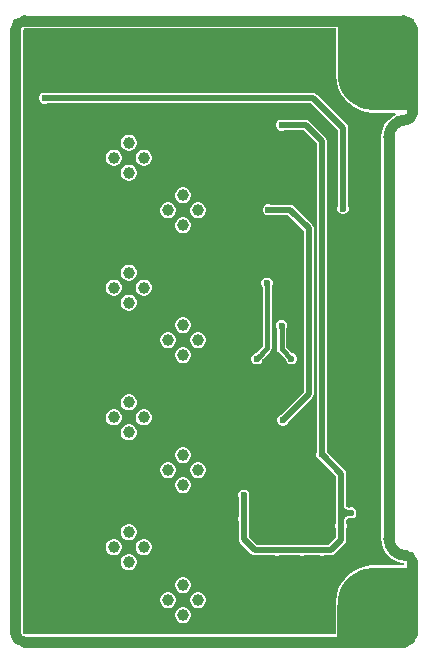
<source format=gtl>
G04*
G04 #@! TF.GenerationSoftware,Altium Limited,Altium Designer,25.3.2 (17)*
G04*
G04 Layer_Physical_Order=1*
G04 Layer_Color=255*
%FSLAX44Y44*%
%MOMM*%
G71*
G04*
G04 #@! TF.SameCoordinates,D9C597C5-9DFD-42FE-9E8E-5E5B82B02BC8*
G04*
G04*
G04 #@! TF.FilePolarity,Positive*
G04*
G01*
G75*
%ADD21C,0.8890*%
%ADD22C,0.3810*%
%ADD23C,0.5000*%
%ADD24R,3.1554X3.1594*%
%ADD25R,6.3304X4.4555*%
%ADD26R,3.1750X3.1555*%
%ADD27R,3.1533X6.3308*%
%ADD28C,1.0000*%
%ADD29C,6.3500*%
%ADD30C,0.6000*%
G36*
X344999Y508576D02*
X344945Y506199D01*
X344513Y500960D01*
X343650Y495077D01*
X341547Y485045D01*
X339605Y477552D01*
X329065Y510606D01*
X336109Y521578D01*
X344999Y508576D01*
D02*
G37*
G36*
X275435Y486000D02*
X275470Y485825D01*
Y483361D01*
X276296Y478148D01*
X277927Y473129D01*
X280323Y468426D01*
X283425Y464157D01*
X287157Y460425D01*
X291426Y457323D01*
X296129Y454926D01*
X301148Y453296D01*
X306361Y452470D01*
X311639D01*
X312404Y452591D01*
X325904D01*
X326349Y450813D01*
X323462Y449270D01*
X320314Y446687D01*
X317731Y443539D01*
X315812Y439948D01*
X314630Y436052D01*
X314236Y432055D01*
X314212Y432055D01*
X314209Y432038D01*
X314212Y432026D01*
X314208Y431903D01*
X314208Y430277D01*
Y92000D01*
X314251Y91782D01*
X314629Y87948D01*
X315811Y84052D01*
X317730Y80461D01*
X320313Y77313D01*
X323461Y74730D01*
X327052Y72811D01*
X330948Y71629D01*
X333819Y71346D01*
X333732Y69568D01*
X309000D01*
X308808Y69530D01*
X306361D01*
X301148Y68704D01*
X296129Y67073D01*
X291426Y64677D01*
X287157Y61575D01*
X283425Y57843D01*
X280323Y53574D01*
X277927Y48871D01*
X276296Y43852D01*
X275470Y38639D01*
Y36175D01*
X275435Y36000D01*
Y10792D01*
X12032D01*
X11404Y11404D01*
X10792Y12032D01*
Y522968D01*
X11404Y523596D01*
X12032Y524208D01*
X275435D01*
Y486000D01*
D02*
G37*
G36*
X341558Y36818D02*
X343642Y26756D01*
X344497Y20863D01*
X344925Y15622D01*
X344978Y13247D01*
X336088Y11424D01*
X336017Y12436D01*
X335802Y13220D01*
X335444Y13776D01*
X334943Y14104D01*
X334298Y14204D01*
X333510Y14076D01*
X332579Y13720D01*
X331628Y13202D01*
X331133Y12337D01*
X330746Y11422D01*
X330578Y10649D01*
X330627Y10016D01*
X330894Y9523D01*
X331378Y9171D01*
X332080Y8960D01*
X333000Y8890D01*
X331563Y0D01*
X329185Y54D01*
X323947Y486D01*
X318065Y1349D01*
X308035Y3454D01*
X300544Y5397D01*
X330066Y14800D01*
X339635Y44342D01*
X341558Y36818D01*
D02*
G37*
%LPC*%
G36*
X101393Y433980D02*
X99607D01*
X97883Y433518D01*
X96337Y432625D01*
X95075Y431363D01*
X94182Y429817D01*
X93720Y428093D01*
Y426307D01*
X94182Y424583D01*
X95075Y423037D01*
X96337Y421775D01*
X97883Y420882D01*
X99607Y420420D01*
X101393D01*
X103117Y420882D01*
X104663Y421775D01*
X105925Y423037D01*
X106818Y424583D01*
X107280Y426307D01*
Y428093D01*
X106818Y429817D01*
X105925Y431363D01*
X104663Y432625D01*
X103117Y433518D01*
X101393Y433980D01*
D02*
G37*
G36*
X114093Y421280D02*
X112307D01*
X110583Y420818D01*
X109037Y419925D01*
X107775Y418663D01*
X106882Y417117D01*
X106420Y415393D01*
Y413607D01*
X106882Y411883D01*
X107775Y410337D01*
X109037Y409075D01*
X110583Y408182D01*
X112307Y407720D01*
X114093D01*
X115817Y408182D01*
X117363Y409075D01*
X118625Y410337D01*
X119518Y411883D01*
X119980Y413607D01*
Y415393D01*
X119518Y417117D01*
X118625Y418663D01*
X117363Y419925D01*
X115817Y420818D01*
X114093Y421280D01*
D02*
G37*
G36*
X88693D02*
X86907D01*
X85183Y420818D01*
X83637Y419925D01*
X82375Y418663D01*
X81482Y417117D01*
X81020Y415393D01*
Y413607D01*
X81482Y411883D01*
X82375Y410337D01*
X83637Y409075D01*
X85183Y408182D01*
X86907Y407720D01*
X88693D01*
X90417Y408182D01*
X91963Y409075D01*
X93225Y410337D01*
X94118Y411883D01*
X94580Y413607D01*
Y415393D01*
X94118Y417117D01*
X93225Y418663D01*
X91963Y419925D01*
X90417Y420818D01*
X88693Y421280D01*
D02*
G37*
G36*
X101393Y408580D02*
X99607D01*
X97883Y408118D01*
X96337Y407225D01*
X95075Y405963D01*
X94182Y404417D01*
X93720Y402693D01*
Y400907D01*
X94182Y399183D01*
X95075Y397637D01*
X96337Y396375D01*
X97883Y395482D01*
X99607Y395020D01*
X101393D01*
X103117Y395482D01*
X104663Y396375D01*
X105925Y397637D01*
X106818Y399183D01*
X107280Y400907D01*
Y402693D01*
X106818Y404417D01*
X105925Y405963D01*
X104663Y407225D01*
X103117Y408118D01*
X101393Y408580D01*
D02*
G37*
G36*
X147193Y389280D02*
X145407D01*
X143683Y388818D01*
X142137Y387925D01*
X140875Y386663D01*
X139982Y385117D01*
X139520Y383393D01*
Y381607D01*
X139982Y379883D01*
X140875Y378337D01*
X142137Y377075D01*
X143683Y376182D01*
X145407Y375720D01*
X147193D01*
X148917Y376182D01*
X150463Y377075D01*
X151725Y378337D01*
X152618Y379883D01*
X153080Y381607D01*
Y383393D01*
X152618Y385117D01*
X151725Y386663D01*
X150463Y387925D01*
X148917Y388818D01*
X147193Y389280D01*
D02*
G37*
G36*
X30101Y469600D02*
X28199D01*
X26442Y468872D01*
X25098Y467528D01*
X24370Y465771D01*
Y463869D01*
X25098Y462112D01*
X26442Y460768D01*
X28199Y460040D01*
X30101D01*
X31105Y460456D01*
X254732D01*
X277322Y437866D01*
Y373303D01*
X276906Y372299D01*
Y370397D01*
X277634Y368640D01*
X278978Y367296D01*
X280735Y366568D01*
X282637D01*
X284394Y367296D01*
X285738Y368640D01*
X286466Y370397D01*
Y372299D01*
X286050Y373303D01*
Y439674D01*
X285718Y441344D01*
X284772Y442760D01*
X259626Y467906D01*
X258210Y468852D01*
X256540Y469184D01*
X31105D01*
X30101Y469600D01*
D02*
G37*
G36*
X159893Y376580D02*
X158107D01*
X156383Y376118D01*
X154837Y375225D01*
X153575Y373963D01*
X152682Y372417D01*
X152220Y370693D01*
Y368907D01*
X152682Y367183D01*
X153575Y365637D01*
X154837Y364375D01*
X156383Y363482D01*
X158107Y363020D01*
X159893D01*
X161617Y363482D01*
X163163Y364375D01*
X164425Y365637D01*
X165318Y367183D01*
X165780Y368907D01*
Y370693D01*
X165318Y372417D01*
X164425Y373963D01*
X163163Y375225D01*
X161617Y376118D01*
X159893Y376580D01*
D02*
G37*
G36*
X134493D02*
X132707D01*
X130983Y376118D01*
X129437Y375225D01*
X128175Y373963D01*
X127282Y372417D01*
X126820Y370693D01*
Y368907D01*
X127282Y367183D01*
X128175Y365637D01*
X129437Y364375D01*
X130983Y363482D01*
X132707Y363020D01*
X134493D01*
X136217Y363482D01*
X137763Y364375D01*
X139025Y365637D01*
X139918Y367183D01*
X140380Y368907D01*
Y370693D01*
X139918Y372417D01*
X139025Y373963D01*
X137763Y375225D01*
X136217Y376118D01*
X134493Y376580D01*
D02*
G37*
G36*
X147193Y363880D02*
X145407D01*
X143683Y363418D01*
X142137Y362525D01*
X140875Y361263D01*
X139982Y359717D01*
X139520Y357993D01*
Y356207D01*
X139982Y354483D01*
X140875Y352937D01*
X142137Y351675D01*
X143683Y350782D01*
X145407Y350320D01*
X147193D01*
X148917Y350782D01*
X150463Y351675D01*
X151725Y352937D01*
X152618Y354483D01*
X153080Y356207D01*
Y357993D01*
X152618Y359717D01*
X151725Y361263D01*
X150463Y362525D01*
X148917Y363418D01*
X147193Y363880D01*
D02*
G37*
G36*
X101393Y323980D02*
X99607D01*
X97883Y323518D01*
X96337Y322625D01*
X95075Y321363D01*
X94182Y319817D01*
X93720Y318093D01*
Y316307D01*
X94182Y314583D01*
X95075Y313037D01*
X96337Y311775D01*
X97883Y310882D01*
X99607Y310420D01*
X101393D01*
X103117Y310882D01*
X104663Y311775D01*
X105925Y313037D01*
X106818Y314583D01*
X107280Y316307D01*
Y318093D01*
X106818Y319817D01*
X105925Y321363D01*
X104663Y322625D01*
X103117Y323518D01*
X101393Y323980D01*
D02*
G37*
G36*
X114093Y311280D02*
X112307D01*
X110583Y310818D01*
X109037Y309925D01*
X107775Y308663D01*
X106882Y307117D01*
X106420Y305393D01*
Y303607D01*
X106882Y301883D01*
X107775Y300337D01*
X109037Y299075D01*
X110583Y298182D01*
X112307Y297720D01*
X114093D01*
X115817Y298182D01*
X117363Y299075D01*
X118625Y300337D01*
X119518Y301883D01*
X119980Y303607D01*
Y305393D01*
X119518Y307117D01*
X118625Y308663D01*
X117363Y309925D01*
X115817Y310818D01*
X114093Y311280D01*
D02*
G37*
G36*
X88693D02*
X86907D01*
X85183Y310818D01*
X83637Y309925D01*
X82375Y308663D01*
X81482Y307117D01*
X81020Y305393D01*
Y303607D01*
X81482Y301883D01*
X82375Y300337D01*
X83637Y299075D01*
X85183Y298182D01*
X86907Y297720D01*
X88693D01*
X90417Y298182D01*
X91963Y299075D01*
X93225Y300337D01*
X94118Y301883D01*
X94580Y303607D01*
Y305393D01*
X94118Y307117D01*
X93225Y308663D01*
X91963Y309925D01*
X90417Y310818D01*
X88693Y311280D01*
D02*
G37*
G36*
X101393Y298580D02*
X99607D01*
X97883Y298118D01*
X96337Y297225D01*
X95075Y295963D01*
X94182Y294417D01*
X93720Y292693D01*
Y290907D01*
X94182Y289183D01*
X95075Y287637D01*
X96337Y286375D01*
X97883Y285482D01*
X99607Y285020D01*
X101393D01*
X103117Y285482D01*
X104663Y286375D01*
X105925Y287637D01*
X106818Y289183D01*
X107280Y290907D01*
Y292693D01*
X106818Y294417D01*
X105925Y295963D01*
X104663Y297225D01*
X103117Y298118D01*
X101393Y298580D01*
D02*
G37*
G36*
X147193Y279280D02*
X145407D01*
X143683Y278818D01*
X142137Y277925D01*
X140875Y276663D01*
X139982Y275117D01*
X139520Y273393D01*
Y271607D01*
X139982Y269883D01*
X140875Y268337D01*
X142137Y267075D01*
X143683Y266182D01*
X145407Y265720D01*
X147193D01*
X148917Y266182D01*
X150463Y267075D01*
X151725Y268337D01*
X152618Y269883D01*
X153080Y271607D01*
Y273393D01*
X152618Y275117D01*
X151725Y276663D01*
X150463Y277925D01*
X148917Y278818D01*
X147193Y279280D01*
D02*
G37*
G36*
X159893Y266580D02*
X158107D01*
X156383Y266118D01*
X154837Y265225D01*
X153575Y263963D01*
X152682Y262417D01*
X152220Y260693D01*
Y258907D01*
X152682Y257183D01*
X153575Y255637D01*
X154837Y254375D01*
X156383Y253482D01*
X158107Y253020D01*
X159893D01*
X161617Y253482D01*
X163163Y254375D01*
X164425Y255637D01*
X165318Y257183D01*
X165780Y258907D01*
Y260693D01*
X165318Y262417D01*
X164425Y263963D01*
X163163Y265225D01*
X161617Y266118D01*
X159893Y266580D01*
D02*
G37*
G36*
X134493D02*
X132707D01*
X130983Y266118D01*
X129437Y265225D01*
X128175Y263963D01*
X127282Y262417D01*
X126820Y260693D01*
Y258907D01*
X127282Y257183D01*
X128175Y255637D01*
X129437Y254375D01*
X130983Y253482D01*
X132707Y253020D01*
X134493D01*
X136217Y253482D01*
X137763Y254375D01*
X139025Y255637D01*
X139918Y257183D01*
X140380Y258907D01*
Y260693D01*
X139918Y262417D01*
X139025Y263963D01*
X137763Y265225D01*
X136217Y266118D01*
X134493Y266580D01*
D02*
G37*
G36*
X147193Y253880D02*
X145407D01*
X143683Y253418D01*
X142137Y252525D01*
X140875Y251263D01*
X139982Y249717D01*
X139520Y247993D01*
Y246207D01*
X139982Y244483D01*
X140875Y242937D01*
X142137Y241675D01*
X143683Y240782D01*
X145407Y240320D01*
X147193D01*
X148917Y240782D01*
X150463Y241675D01*
X151725Y242937D01*
X152618Y244483D01*
X153080Y246207D01*
Y247993D01*
X152618Y249717D01*
X151725Y251263D01*
X150463Y252525D01*
X148917Y253418D01*
X147193Y253880D01*
D02*
G37*
G36*
X230659Y277068D02*
X228757D01*
X227000Y276340D01*
X225656Y274996D01*
X224928Y273239D01*
Y271337D01*
X225656Y269580D01*
X225951Y269285D01*
Y252554D01*
X226237Y251116D01*
X227051Y249897D01*
X233303Y243646D01*
Y243228D01*
X234030Y241472D01*
X235375Y240127D01*
X237132Y239399D01*
X239033D01*
X240790Y240127D01*
X242135Y241472D01*
X242863Y243228D01*
Y245130D01*
X242135Y246887D01*
X240790Y248232D01*
X239033Y248959D01*
X238616D01*
X233465Y254110D01*
Y269285D01*
X233760Y269580D01*
X234488Y271337D01*
Y273239D01*
X233760Y274996D01*
X232416Y276340D01*
X230659Y277068D01*
D02*
G37*
G36*
X218477Y312984D02*
X216575D01*
X214818Y312256D01*
X213474Y310912D01*
X212746Y309155D01*
Y307253D01*
X213474Y305496D01*
X213746Y305224D01*
X213769Y304886D01*
Y254473D01*
X208255Y248959D01*
X207837D01*
X206080Y248232D01*
X204736Y246887D01*
X204008Y245130D01*
Y243228D01*
X204736Y241472D01*
X206080Y240127D01*
X207837Y239399D01*
X209739D01*
X211496Y240127D01*
X212840Y241472D01*
X213568Y243228D01*
Y243613D01*
X213791Y243869D01*
X220183Y250261D01*
X220997Y251479D01*
X221283Y252917D01*
Y305201D01*
X221578Y305496D01*
X222306Y307253D01*
Y309155D01*
X221578Y310912D01*
X220234Y312256D01*
X218477Y312984D01*
D02*
G37*
G36*
X101393Y213980D02*
X99607D01*
X97883Y213518D01*
X96337Y212625D01*
X95075Y211363D01*
X94182Y209817D01*
X93720Y208093D01*
Y206307D01*
X94182Y204583D01*
X95075Y203037D01*
X96337Y201775D01*
X97883Y200882D01*
X99607Y200420D01*
X101393D01*
X103117Y200882D01*
X104663Y201775D01*
X105925Y203037D01*
X106818Y204583D01*
X107280Y206307D01*
Y208093D01*
X106818Y209817D01*
X105925Y211363D01*
X104663Y212625D01*
X103117Y213518D01*
X101393Y213980D01*
D02*
G37*
G36*
X114093Y201280D02*
X112307D01*
X110583Y200818D01*
X109037Y199925D01*
X107775Y198663D01*
X106882Y197117D01*
X106420Y195393D01*
Y193607D01*
X106882Y191883D01*
X107775Y190337D01*
X109037Y189075D01*
X110583Y188182D01*
X112307Y187720D01*
X114093D01*
X115817Y188182D01*
X117363Y189075D01*
X118625Y190337D01*
X119518Y191883D01*
X119980Y193607D01*
Y195393D01*
X119518Y197117D01*
X118625Y198663D01*
X117363Y199925D01*
X115817Y200818D01*
X114093Y201280D01*
D02*
G37*
G36*
X88693D02*
X86907D01*
X85183Y200818D01*
X83637Y199925D01*
X82375Y198663D01*
X81482Y197117D01*
X81020Y195393D01*
Y193607D01*
X81482Y191883D01*
X82375Y190337D01*
X83637Y189075D01*
X85183Y188182D01*
X86907Y187720D01*
X88693D01*
X90417Y188182D01*
X91963Y189075D01*
X93225Y190337D01*
X94118Y191883D01*
X94580Y193607D01*
Y195393D01*
X94118Y197117D01*
X93225Y198663D01*
X91963Y199925D01*
X90417Y200818D01*
X88693Y201280D01*
D02*
G37*
G36*
X219645Y375112D02*
X217743D01*
X215986Y374384D01*
X214642Y373040D01*
X213914Y371283D01*
Y369381D01*
X214642Y367624D01*
X215986Y366280D01*
X217743Y365552D01*
X219645D01*
X220650Y365968D01*
X235192D01*
X248366Y352794D01*
Y216241D01*
X229051Y196925D01*
X228046Y196509D01*
X226702Y195165D01*
X225974Y193408D01*
Y191506D01*
X226702Y189749D01*
X228046Y188405D01*
X229803Y187677D01*
X231705D01*
X233462Y188405D01*
X234806Y189749D01*
X235222Y190754D01*
X255816Y211347D01*
X256762Y212763D01*
X257094Y214433D01*
Y354601D01*
X256762Y356271D01*
X255816Y357687D01*
X240085Y373418D01*
X238669Y374364D01*
X236999Y374696D01*
X220650D01*
X219645Y375112D01*
D02*
G37*
G36*
X101393Y188580D02*
X99607D01*
X97883Y188118D01*
X96337Y187225D01*
X95075Y185963D01*
X94182Y184417D01*
X93720Y182693D01*
Y180907D01*
X94182Y179183D01*
X95075Y177637D01*
X96337Y176375D01*
X97883Y175482D01*
X99607Y175020D01*
X101393D01*
X103117Y175482D01*
X104663Y176375D01*
X105925Y177637D01*
X106818Y179183D01*
X107280Y180907D01*
Y182693D01*
X106818Y184417D01*
X105925Y185963D01*
X104663Y187225D01*
X103117Y188118D01*
X101393Y188580D01*
D02*
G37*
G36*
X147193Y169280D02*
X145407D01*
X143683Y168818D01*
X142137Y167925D01*
X140875Y166663D01*
X139982Y165117D01*
X139520Y163393D01*
Y161607D01*
X139982Y159883D01*
X140875Y158337D01*
X142137Y157075D01*
X143683Y156182D01*
X145407Y155720D01*
X147193D01*
X148917Y156182D01*
X150463Y157075D01*
X151725Y158337D01*
X152618Y159883D01*
X153080Y161607D01*
Y163393D01*
X152618Y165117D01*
X151725Y166663D01*
X150463Y167925D01*
X148917Y168818D01*
X147193Y169280D01*
D02*
G37*
G36*
X159893Y156580D02*
X158107D01*
X156383Y156118D01*
X154837Y155225D01*
X153575Y153963D01*
X152682Y152417D01*
X152220Y150693D01*
Y148907D01*
X152682Y147183D01*
X153575Y145637D01*
X154837Y144375D01*
X156383Y143482D01*
X158107Y143020D01*
X159893D01*
X161617Y143482D01*
X163163Y144375D01*
X164425Y145637D01*
X165318Y147183D01*
X165780Y148907D01*
Y150693D01*
X165318Y152417D01*
X164425Y153963D01*
X163163Y155225D01*
X161617Y156118D01*
X159893Y156580D01*
D02*
G37*
G36*
X134493D02*
X132707D01*
X130983Y156118D01*
X129437Y155225D01*
X128175Y153963D01*
X127282Y152417D01*
X126820Y150693D01*
Y148907D01*
X127282Y147183D01*
X128175Y145637D01*
X129437Y144375D01*
X130983Y143482D01*
X132707Y143020D01*
X134493D01*
X136217Y143482D01*
X137763Y144375D01*
X139025Y145637D01*
X139918Y147183D01*
X140380Y148907D01*
Y150693D01*
X139918Y152417D01*
X139025Y153963D01*
X137763Y155225D01*
X136217Y156118D01*
X134493Y156580D01*
D02*
G37*
G36*
X147193Y143880D02*
X145407D01*
X143683Y143418D01*
X142137Y142525D01*
X140875Y141263D01*
X139982Y139717D01*
X139520Y137993D01*
Y136207D01*
X139982Y134483D01*
X140875Y132937D01*
X142137Y131675D01*
X143683Y130782D01*
X145407Y130320D01*
X147193D01*
X148917Y130782D01*
X150463Y131675D01*
X151725Y132937D01*
X152618Y134483D01*
X153080Y136207D01*
Y137993D01*
X152618Y139717D01*
X151725Y141263D01*
X150463Y142525D01*
X148917Y143418D01*
X147193Y143880D01*
D02*
G37*
G36*
X101393Y103980D02*
X99607D01*
X97883Y103518D01*
X96337Y102625D01*
X95075Y101363D01*
X94182Y99817D01*
X93720Y98093D01*
Y96307D01*
X94182Y94583D01*
X95075Y93037D01*
X96337Y91775D01*
X97883Y90882D01*
X99607Y90420D01*
X101393D01*
X103117Y90882D01*
X104663Y91775D01*
X105925Y93037D01*
X106818Y94583D01*
X107280Y96307D01*
Y98093D01*
X106818Y99817D01*
X105925Y101363D01*
X104663Y102625D01*
X103117Y103518D01*
X101393Y103980D01*
D02*
G37*
G36*
X230659Y446778D02*
X228757D01*
X227000Y446051D01*
X225656Y444706D01*
X224928Y442949D01*
Y441048D01*
X225656Y439291D01*
X227000Y437946D01*
X228757Y437219D01*
X230659D01*
X231663Y437635D01*
X248618D01*
X259404Y426848D01*
Y165162D01*
X258988Y164157D01*
Y162255D01*
X259716Y160498D01*
X261060Y159154D01*
X262065Y158738D01*
X275609Y145193D01*
Y113768D01*
Y104892D01*
X275193Y103888D01*
Y101986D01*
X275609Y100981D01*
Y92558D01*
X269457Y86406D01*
X265861D01*
X264857Y86822D01*
X262955D01*
X261950Y86406D01*
X248808D01*
X247804Y86822D01*
X245902D01*
X244897Y86406D01*
X227834D01*
X226829Y86822D01*
X224928D01*
X223923Y86406D01*
X208818D01*
X202161Y93062D01*
Y106876D01*
X202577Y107880D01*
Y109782D01*
X202161Y110787D01*
Y126750D01*
X202577Y127755D01*
Y129657D01*
X201850Y131414D01*
X200505Y132758D01*
X198748Y133486D01*
X196847D01*
X195090Y132758D01*
X193745Y131414D01*
X193017Y129657D01*
Y127755D01*
X193433Y126750D01*
Y110787D01*
X193017Y109782D01*
Y107880D01*
X193433Y106876D01*
Y91255D01*
X193766Y89585D01*
X194712Y88169D01*
X203924Y78956D01*
X205340Y78010D01*
X207010Y77678D01*
X223923D01*
X224928Y77262D01*
X226829D01*
X227834Y77678D01*
X244897D01*
X245902Y77262D01*
X247804D01*
X248808Y77678D01*
X261950D01*
X262955Y77262D01*
X264857D01*
X265861Y77678D01*
X271265D01*
X272935Y78010D01*
X274350Y78956D01*
X283059Y87665D01*
X284005Y89080D01*
X284337Y90750D01*
Y100981D01*
X284753Y101986D01*
Y103888D01*
X284337Y104892D01*
Y107053D01*
X284437Y107621D01*
X284595Y108095D01*
X284788Y108454D01*
X285013Y108728D01*
X285287Y108953D01*
X285646Y109146D01*
X286120Y109304D01*
X286497Y109370D01*
X287421Y108988D01*
X289322D01*
X291079Y109716D01*
X292424Y111060D01*
X293151Y112817D01*
Y114719D01*
X292424Y116476D01*
X291079Y117820D01*
X289322Y118548D01*
X287421D01*
X286497Y118165D01*
X286120Y118232D01*
X285646Y118390D01*
X285287Y118583D01*
X285013Y118808D01*
X284788Y119082D01*
X284595Y119440D01*
X284437Y119915D01*
X284337Y120483D01*
Y147001D01*
X284005Y148671D01*
X283059Y150087D01*
X268236Y164909D01*
X268132Y165162D01*
Y428656D01*
X267800Y430326D01*
X266854Y431741D01*
X253511Y445084D01*
X252095Y446030D01*
X250425Y446362D01*
X231663D01*
X230659Y446778D01*
D02*
G37*
G36*
X114093Y91280D02*
X112307D01*
X110583Y90818D01*
X109037Y89925D01*
X107775Y88663D01*
X106882Y87117D01*
X106420Y85393D01*
Y83607D01*
X106882Y81883D01*
X107775Y80337D01*
X109037Y79075D01*
X110583Y78182D01*
X112307Y77720D01*
X114093D01*
X115817Y78182D01*
X117363Y79075D01*
X118625Y80337D01*
X119518Y81883D01*
X119980Y83607D01*
Y85393D01*
X119518Y87117D01*
X118625Y88663D01*
X117363Y89925D01*
X115817Y90818D01*
X114093Y91280D01*
D02*
G37*
G36*
X88693D02*
X86907D01*
X85183Y90818D01*
X83637Y89925D01*
X82375Y88663D01*
X81482Y87117D01*
X81020Y85393D01*
Y83607D01*
X81482Y81883D01*
X82375Y80337D01*
X83637Y79075D01*
X85183Y78182D01*
X86907Y77720D01*
X88693D01*
X90417Y78182D01*
X91963Y79075D01*
X93225Y80337D01*
X94118Y81883D01*
X94580Y83607D01*
Y85393D01*
X94118Y87117D01*
X93225Y88663D01*
X91963Y89925D01*
X90417Y90818D01*
X88693Y91280D01*
D02*
G37*
G36*
X101393Y78580D02*
X99607D01*
X97883Y78118D01*
X96337Y77225D01*
X95075Y75963D01*
X94182Y74417D01*
X93720Y72693D01*
Y70907D01*
X94182Y69183D01*
X95075Y67637D01*
X96337Y66375D01*
X97883Y65482D01*
X99607Y65020D01*
X101393D01*
X103117Y65482D01*
X104663Y66375D01*
X105925Y67637D01*
X106818Y69183D01*
X107280Y70907D01*
Y72693D01*
X106818Y74417D01*
X105925Y75963D01*
X104663Y77225D01*
X103117Y78118D01*
X101393Y78580D01*
D02*
G37*
G36*
X147193Y59280D02*
X145407D01*
X143683Y58818D01*
X142137Y57925D01*
X140875Y56663D01*
X139982Y55117D01*
X139520Y53393D01*
Y51607D01*
X139982Y49883D01*
X140875Y48337D01*
X142137Y47075D01*
X143683Y46182D01*
X145407Y45720D01*
X147193D01*
X148917Y46182D01*
X150463Y47075D01*
X151725Y48337D01*
X152618Y49883D01*
X153080Y51607D01*
Y53393D01*
X152618Y55117D01*
X151725Y56663D01*
X150463Y57925D01*
X148917Y58818D01*
X147193Y59280D01*
D02*
G37*
G36*
X159893Y46580D02*
X158107D01*
X156383Y46118D01*
X154837Y45225D01*
X153575Y43963D01*
X152682Y42417D01*
X152220Y40693D01*
Y38907D01*
X152682Y37183D01*
X153575Y35637D01*
X154837Y34375D01*
X156383Y33482D01*
X158107Y33020D01*
X159893D01*
X161617Y33482D01*
X163163Y34375D01*
X164425Y35637D01*
X165318Y37183D01*
X165780Y38907D01*
Y40693D01*
X165318Y42417D01*
X164425Y43963D01*
X163163Y45225D01*
X161617Y46118D01*
X159893Y46580D01*
D02*
G37*
G36*
X134493D02*
X132707D01*
X130983Y46118D01*
X129437Y45225D01*
X128175Y43963D01*
X127282Y42417D01*
X126820Y40693D01*
Y38907D01*
X127282Y37183D01*
X128175Y35637D01*
X129437Y34375D01*
X130983Y33482D01*
X132707Y33020D01*
X134493D01*
X136217Y33482D01*
X137763Y34375D01*
X139025Y35637D01*
X139918Y37183D01*
X140380Y38907D01*
Y40693D01*
X139918Y42417D01*
X139025Y43963D01*
X137763Y45225D01*
X136217Y46118D01*
X134493Y46580D01*
D02*
G37*
G36*
X147193Y33880D02*
X145407D01*
X143683Y33418D01*
X142137Y32525D01*
X140875Y31263D01*
X139982Y29717D01*
X139520Y27993D01*
Y26207D01*
X139982Y24483D01*
X140875Y22937D01*
X142137Y21675D01*
X143683Y20782D01*
X145407Y20320D01*
X147193D01*
X148917Y20782D01*
X150463Y21675D01*
X151725Y22937D01*
X152618Y24483D01*
X153080Y26207D01*
Y27993D01*
X152618Y29717D01*
X151725Y31263D01*
X150463Y32525D01*
X148917Y33418D01*
X147193Y33880D01*
D02*
G37*
%LPD*%
G36*
X219589Y306007D02*
X219556Y305921D01*
X219527Y305804D01*
X219501Y305654D01*
X219462Y305259D01*
X219439Y304736D01*
X219431Y304086D01*
X215621D01*
X215619Y304427D01*
X215525Y305804D01*
X215496Y305921D01*
X215463Y306007D01*
X215426Y306062D01*
X219626D01*
X219589Y306007D01*
D02*
G37*
G36*
X213047Y245744D02*
X212807Y245501D01*
X211900Y244462D01*
X211837Y244358D01*
X211800Y244274D01*
X211788Y244209D01*
X208818Y247179D01*
X208883Y247191D01*
X208967Y247229D01*
X209071Y247291D01*
X209195Y247379D01*
X209501Y247631D01*
X209887Y247984D01*
X210352Y248438D01*
X213047Y245744D01*
D02*
G37*
G36*
X282523Y120318D02*
X282673Y119468D01*
X282923Y118718D01*
X283273Y118068D01*
X283723Y117518D01*
X284273Y117068D01*
X284923Y116718D01*
X285673Y116468D01*
X286523Y116318D01*
X287473Y116268D01*
Y111268D01*
X286523Y111218D01*
X285673Y111068D01*
X284923Y110818D01*
X284273Y110468D01*
X283723Y110018D01*
X283273Y109468D01*
X282923Y108818D01*
X282673Y108068D01*
X282523Y107218D01*
X282473Y106268D01*
X277473Y113768D01*
X282473Y121268D01*
X282523Y120318D01*
D02*
G37*
D21*
X340554Y452520D02*
G03*
X340523Y451758I9414J-762D01*
G01*
X335010Y446445D02*
G03*
X340528Y451443I-9J5555D01*
G01*
X340533Y72491D02*
G03*
X335000Y77555I-5533J-492D01*
G01*
X340533Y523583D02*
G03*
X333000Y530555I-7533J-583D01*
G01*
X334968Y446445D02*
G03*
X320556Y432038I33J-14445D01*
G01*
X320555Y92000D02*
G03*
X335000Y77555I14445J0D01*
G01*
X12000Y530555D02*
G03*
X4445Y523000I0J-7555D01*
G01*
X333000Y4445D02*
G03*
X340533Y11424I0J7555D01*
G01*
X4445Y12000D02*
G03*
X12000Y4445I7555J0D01*
G01*
X340554Y452520D02*
Y523163D01*
X340533Y11424D02*
Y72491D01*
X12000Y530555D02*
X333000D01*
X320555Y92000D02*
Y431903D01*
X12000Y4445D02*
X333000D01*
X4445Y12000D02*
Y523000D01*
D22*
X229708Y252554D02*
Y272288D01*
Y252554D02*
X238083Y244179D01*
X217526Y252917D02*
Y308204D01*
X208788Y244179D02*
X217526Y252917D01*
D23*
X29150Y464820D02*
X256540D01*
X281686Y439674D01*
Y371348D02*
Y439674D01*
X218694Y370332D02*
X236999D01*
X252730Y214433D02*
Y354601D01*
X236999Y370332D02*
X252730Y354601D01*
X230754Y192457D02*
X252730Y214433D01*
X279973Y102937D02*
Y113768D01*
X288371D01*
X279973D02*
Y147001D01*
X263906Y82042D02*
X271265D01*
X197797Y91255D02*
X207010Y82042D01*
X197797Y91255D02*
Y108831D01*
X271265Y82042D02*
X279973Y90750D01*
Y102937D01*
X246853Y82042D02*
X263906D01*
X197797Y108831D02*
Y128706D01*
X207010Y82042D02*
X246853D01*
X263768Y163206D02*
X279973Y147001D01*
X263768Y163206D02*
Y428656D01*
X250425Y441998D02*
X263768Y428656D01*
X229708Y441998D02*
X250425D01*
D24*
X324777Y470203D02*
D03*
D25*
X308902Y508278D02*
D03*
D26*
X293125Y20222D02*
D03*
D27*
X324767Y36099D02*
D03*
D28*
X100500Y71800D02*
D03*
X87800Y84500D02*
D03*
X113200D02*
D03*
X100500Y97200D02*
D03*
X146300Y27100D02*
D03*
X133600Y39800D02*
D03*
X159000D02*
D03*
X146300Y52500D02*
D03*
X100500Y427200D02*
D03*
X113200Y414500D02*
D03*
X87800D02*
D03*
X100500Y401800D02*
D03*
X146300Y382500D02*
D03*
X159000Y369800D02*
D03*
X133600D02*
D03*
X146300Y357100D02*
D03*
X100500Y317200D02*
D03*
X113200Y304500D02*
D03*
X87800D02*
D03*
X100500Y291800D02*
D03*
X146300Y272500D02*
D03*
X159000Y259800D02*
D03*
X133600D02*
D03*
X146300Y247100D02*
D03*
X100500Y207200D02*
D03*
X113200Y194500D02*
D03*
X87800D02*
D03*
X100500Y181800D02*
D03*
X146300Y162500D02*
D03*
X159000Y149800D02*
D03*
X133600D02*
D03*
X146300Y137100D02*
D03*
X325164Y469836D02*
D03*
X292836D02*
D03*
Y502164D02*
D03*
X325164D02*
D03*
X331860Y486000D02*
D03*
X309000Y463140D02*
D03*
X286140Y486000D02*
D03*
X309000Y508860D02*
D03*
X325164Y19835D02*
D03*
X292836D02*
D03*
Y52165D02*
D03*
X325164D02*
D03*
X331860Y36000D02*
D03*
X309000Y13140D02*
D03*
X286140Y36000D02*
D03*
X309000Y58860D02*
D03*
D29*
Y486000D02*
D03*
Y36000D02*
D03*
D30*
X333114Y530371D02*
D03*
X317114Y530356D02*
D03*
X301114D02*
D03*
X285114D02*
D03*
X269114D02*
D03*
X253114D02*
D03*
X237114D02*
D03*
X221114D02*
D03*
X205114D02*
D03*
X189114D02*
D03*
X173114D02*
D03*
X157114D02*
D03*
X141114D02*
D03*
X125114D02*
D03*
X109114D02*
D03*
X93114D02*
D03*
X77114D02*
D03*
X61114D02*
D03*
X45114D02*
D03*
X29114D02*
D03*
X13114D02*
D03*
X4644Y516782D02*
D03*
Y500782D02*
D03*
Y484782D02*
D03*
Y468782D02*
D03*
Y452782D02*
D03*
Y436782D02*
D03*
Y420782D02*
D03*
Y404782D02*
D03*
Y388782D02*
D03*
Y372782D02*
D03*
Y356782D02*
D03*
Y340782D02*
D03*
Y324782D02*
D03*
Y308782D02*
D03*
Y292782D02*
D03*
Y276782D02*
D03*
Y260782D02*
D03*
Y244782D02*
D03*
Y228782D02*
D03*
Y212782D02*
D03*
Y196782D02*
D03*
Y180782D02*
D03*
Y164782D02*
D03*
Y148782D02*
D03*
Y132782D02*
D03*
Y116782D02*
D03*
Y100782D02*
D03*
Y84782D02*
D03*
Y68782D02*
D03*
Y52782D02*
D03*
Y36782D02*
D03*
Y20782D02*
D03*
X8860Y5348D02*
D03*
X24845Y4644D02*
D03*
X40845D02*
D03*
X56845D02*
D03*
X72845D02*
D03*
X88845D02*
D03*
X104845D02*
D03*
X120845D02*
D03*
X136845D02*
D03*
X152845D02*
D03*
X168845D02*
D03*
X184845D02*
D03*
X200845D02*
D03*
X216845D02*
D03*
X232845D02*
D03*
X248845D02*
D03*
X264845D02*
D03*
X280845D02*
D03*
X340335Y63779D02*
D03*
X332650Y77812D02*
D03*
X321004Y88783D02*
D03*
X320356Y104770D02*
D03*
Y120770D02*
D03*
Y136770D02*
D03*
Y152770D02*
D03*
Y168770D02*
D03*
Y184770D02*
D03*
Y200770D02*
D03*
Y216770D02*
D03*
Y232770D02*
D03*
Y248770D02*
D03*
Y264770D02*
D03*
Y280770D02*
D03*
Y296770D02*
D03*
Y312770D02*
D03*
Y328770D02*
D03*
Y344770D02*
D03*
Y360770D02*
D03*
Y376770D02*
D03*
Y392770D02*
D03*
Y408770D02*
D03*
Y424770D02*
D03*
X323615Y440435D02*
D03*
X337961Y447520D02*
D03*
X340355Y463340D02*
D03*
Y511339D02*
D03*
X309000Y251546D02*
D03*
Y222546D02*
D03*
Y106546D02*
D03*
Y135546D02*
D03*
Y164546D02*
D03*
Y193546D02*
D03*
X187198Y351037D02*
D03*
Y380037D02*
D03*
X29250Y483750D02*
D03*
Y512750D02*
D03*
X290250Y396750D02*
D03*
Y367750D02*
D03*
Y338750D02*
D03*
Y309750D02*
D03*
Y193750D02*
D03*
Y164750D02*
D03*
Y135750D02*
D03*
X261250Y512750D02*
D03*
Y483750D02*
D03*
X232250Y512750D02*
D03*
Y483750D02*
D03*
Y454750D02*
D03*
X203250Y512750D02*
D03*
Y483750D02*
D03*
Y454750D02*
D03*
Y425750D02*
D03*
Y309750D02*
D03*
X174250Y512750D02*
D03*
Y483750D02*
D03*
Y454750D02*
D03*
Y425750D02*
D03*
Y396750D02*
D03*
X145250Y512750D02*
D03*
Y483750D02*
D03*
Y454750D02*
D03*
Y367750D02*
D03*
Y193750D02*
D03*
X116250Y512750D02*
D03*
Y483750D02*
D03*
Y454750D02*
D03*
Y425750D02*
D03*
Y338750D02*
D03*
Y280750D02*
D03*
Y222750D02*
D03*
Y164750D02*
D03*
Y106750D02*
D03*
Y48750D02*
D03*
X87250Y512750D02*
D03*
Y483750D02*
D03*
Y454750D02*
D03*
Y425750D02*
D03*
Y338750D02*
D03*
Y280750D02*
D03*
Y251750D02*
D03*
Y222750D02*
D03*
Y164750D02*
D03*
Y135750D02*
D03*
Y106750D02*
D03*
Y48750D02*
D03*
X58250Y512750D02*
D03*
Y483750D02*
D03*
Y425750D02*
D03*
Y367750D02*
D03*
Y338750D02*
D03*
Y280750D02*
D03*
Y222750D02*
D03*
Y164750D02*
D03*
Y106750D02*
D03*
Y48750D02*
D03*
X238083Y244179D02*
D03*
X208788D02*
D03*
X200406Y256032D02*
D03*
X281178Y253238D02*
D03*
X254353Y121546D02*
D03*
Y106546D02*
D03*
X239353D02*
D03*
Y121546D02*
D03*
X246853Y114046D02*
D03*
X217526Y334621D02*
D03*
X210058Y316738D02*
D03*
X29150Y464820D02*
D03*
X281686Y371348D02*
D03*
X197797Y128706D02*
D03*
Y108831D02*
D03*
X225878Y82042D02*
D03*
X246853D02*
D03*
X263906D02*
D03*
X279973Y102937D02*
D03*
X288371Y113768D02*
D03*
X229708Y441998D02*
D03*
X263768Y163206D02*
D03*
X230754Y192457D02*
D03*
X218694Y370332D02*
D03*
X217526Y308204D02*
D03*
X229708Y272288D02*
D03*
M02*

</source>
